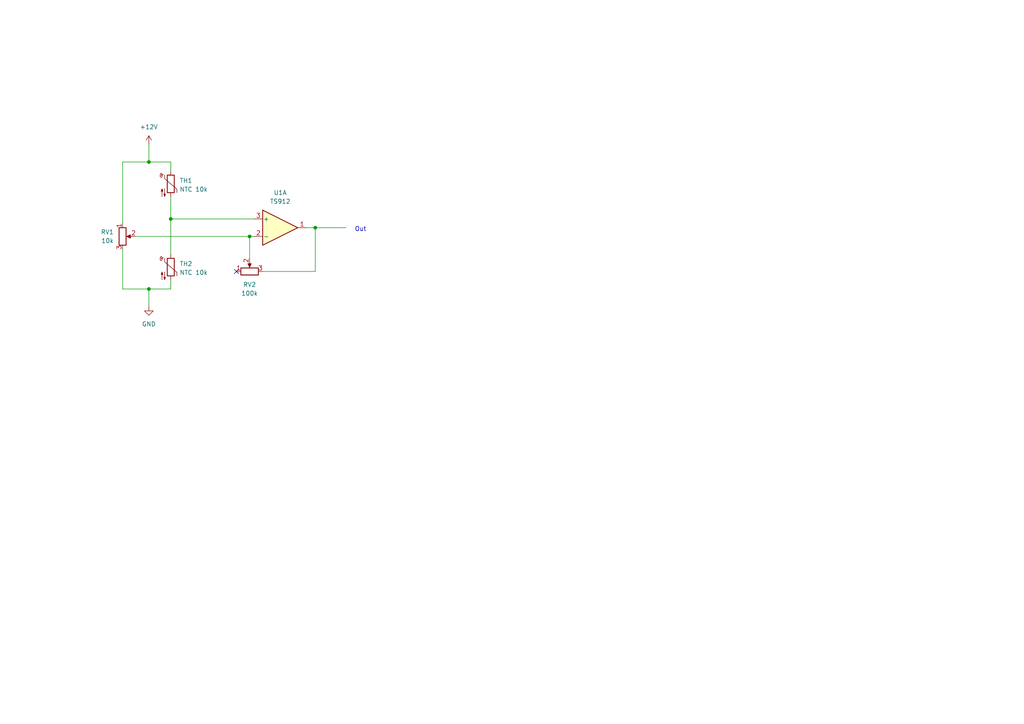
<source format=kicad_sch>
(kicad_sch (version 20211123) (generator eeschema)
  (paper "A4")
  (lib_symbols
    (symbol "Amplifier_Operational:TS912" (pin_names (offset 0.127))
      (property "Reference" "U" (at 0 5.08 0))
      (property "Value" "TS912" (at 0 -5.08 0))
      (symbol "TS912_1_1"
        (polyline (pts (xy -5.08 5.08) (xy 5.08 0) (xy -5.08 -5.08) (xy -5.08 5.08)) (stroke (width 0.254)) (fill (type background)))
        (pin output line (at 7.62 0 180) (length 2.54) (name "~") (number "1"))
        (pin input line (at -7.62 -2.54 0) (length 2.54) (name "-") (number "2"))
        (pin input line (at -7.62 2.54 0) (length 2.54) (name "+") (number "3"))
      )
      (symbol "TS912_2_1"
        (polyline (pts (xy -5.08 5.08) (xy 5.08 0) (xy -5.08 -5.08) (xy -5.08 5.08)) (stroke (width 0.254)) (fill (type background)))
        (pin input line (at -7.62 2.54 0) (length 2.54) (name "+") (number "5"))
        (pin input line (at -7.62 -2.54 0) (length 2.54) (name "-") (number "6"))
        (pin output line (at 7.62 0 180) (length 2.54) (name "~") (number "7"))
      )
      (symbol "TS912_3_1"
        (pin power_in line (at -2.54 -7.62 90) (length 3.81) (name "V-") (number "4"))
        (pin power_in line (at -2.54 7.62 270) (length 3.81) (name "V+") (number "8"))
      )
    )
    (symbol "Device:R_Potentiometer" (pin_names (offset 1.016) hide)
      (property "Reference" "RV" (at -4.445 0 90))
      (property "Value" "R_Potentiometer" (at -2.54 0 90))
      (symbol "R_Potentiometer_0_1"
        (polyline (pts (xy 2.54 0) (xy 1.524 0)))
        (polyline (pts (xy 1.143 0) (xy 2.286 0.508) (xy 2.286 -0.508) (xy 1.143 0)) (fill (type outline)))
        (rectangle (start 1.016 2.54) (end -1.016 -2.54) (stroke (width 0.254)))
      )
      (symbol "R_Potentiometer_1_1"
        (pin passive line (at 0 3.81 270) (length 1.27) (name "1") (number "1"))
        (pin passive line (at 3.81 0 180) (length 1.27) (name "2") (number "2"))
        (pin passive line (at 0 -3.81 90) (length 1.27) (name "3") (number "3"))
      )
    )
    (symbol "Device:Thermistor_NTC" (pin_numbers hide) (pin_names (offset 0))
      (property "Reference" "TH" (at -4.445 0 90))
      (property "Value" "Thermistor_NTC" (at 3.175 0 90))
      (symbol "Thermistor_NTC_0_1"
        (arc (start -3.048 2.159) (mid -3.0495 2.3143) (end -3.175 2.413))
        (arc (start -3.048 2.159) (mid -2.9736 1.9794) (end -2.794 1.905))
        (arc (start -3.048 2.794) (mid -2.9736 2.6144) (end -2.794 2.54))
        (arc (start -2.794 1.905) (mid -2.6144 1.9794) (end -2.54 2.159))
        (arc (start -2.794 2.54) (mid -2.4393 2.5587) (end -2.159 2.794))
        (arc (start -2.794 3.048) (mid -2.9736 2.9736) (end -3.048 2.794))
        (arc (start -2.54 2.794) (mid -2.6144 2.9736) (end -2.794 3.048))
        (rectangle (start -1.016 2.54) (end 1.016 -2.54) (stroke (width 0.254)))
        (polyline (pts (xy -2.54 2.159) (xy -2.54 2.794)))
        (polyline (pts (xy -1.778 2.54) (xy -1.778 1.524) (xy 1.778 -1.524) (xy 1.778 -2.54)))
        (polyline (pts (xy -2.54 -3.683) (xy -2.54 -1.397) (xy -2.794 -2.159) (xy -2.286 -2.159) (xy -2.54 -1.397) (xy -2.54 -1.651)) (fill (type outline)))
        (polyline (pts (xy -1.778 -1.397) (xy -1.778 -3.683) (xy -2.032 -2.921) (xy -1.524 -2.921) (xy -1.778 -3.683) (xy -1.778 -3.429)) (fill (type outline)))
      )
      (symbol "Thermistor_NTC_1_1"
        (pin passive line (at 0 3.81 270) (length 1.27) (name "~") (number "1"))
        (pin passive line (at 0 -3.81 90) (length 1.27) (name "~") (number "2"))
      )
    )
    (symbol "power:+12V" (power) (pin_names (offset 0))
      (property "Value" "+12V" (at 0 3.556 0))
      (symbol "+12V_0_1"
        (polyline (pts (xy -0.762 1.27) (xy 0 2.54)))
        (polyline (pts (xy 0 0) (xy 0 2.54)))
        (polyline (pts (xy 0 2.54) (xy 0.762 1.27)))
      )
      (symbol "+12V_1_1"
        (pin power_in line (at 0 0 90) (length 0) hide (name "+12V") (number "1"))
      )
    )
    (symbol "power:GND" (power) (pin_names (offset 0))
      (property "Value" "GND" (at 0 -3.81 0))
      (symbol "GND_0_1"
        (polyline (pts (xy 0 0) (xy 0 -1.27) (xy 1.27 -1.27) (xy 0 -2.54) (xy -1.27 -1.27) (xy 0 -1.27)))
      )
      (symbol "GND_1_1"
        (pin power_in line (at 0 0 270) (length 0) hide (name "GND") (number "1"))
      )
    )
  )
  (junction (at 43.18 83.82))
  (junction (at 91.44 66.04))
  (junction (at 72.39 68.58))
  (junction (at 43.18 46.99))
  (junction (at 49.53 63.5))
  (no_connect (at 68.58 78.74))
  (wire (pts (xy 43.18 41.91) (xy 43.18 46.99)))
  (wire (pts (xy 49.53 63.5) (xy 73.66 63.5)))
  (wire (pts (xy 49.53 46.99) (xy 43.18 46.99)))
  (wire (pts (xy 91.44 78.74) (xy 91.44 66.04)))
  (wire (pts (xy 49.53 81.28) (xy 49.53 83.82)))
  (wire (pts (xy 49.53 57.15) (xy 49.53 63.5)))
  (wire (pts (xy 43.18 83.82) (xy 43.18 88.9)))
  (wire (pts (xy 35.56 83.82) (xy 35.56 72.39)))
  (wire (pts (xy 35.56 46.99) (xy 35.56 64.77)))
  (wire (pts (xy 91.44 66.04) (xy 100.33 66.04)))
  (wire (pts (xy 88.9 66.04) (xy 91.44 66.04)))
  (wire (pts (xy 39.37 68.58) (xy 72.39 68.58)))
  (wire (pts (xy 43.18 83.82) (xy 35.56 83.82)))
  (wire (pts (xy 49.53 83.82) (xy 43.18 83.82)))
  (wire (pts (xy 49.53 49.53) (xy 49.53 46.99)))
  (wire (pts (xy 43.18 46.99) (xy 35.56 46.99)))
  (wire (pts (xy 72.39 68.58) (xy 72.39 74.93)))
  (wire (pts (xy 72.39 68.58) (xy 73.66 68.58)))
  (wire (pts (xy 49.53 63.5) (xy 49.53 73.66)))
  (wire (pts (xy 76.2 78.74) (xy 91.44 78.74)))
  (text "Out" (at 102.87 67.31 0) (effects (font (size 1.27 1.27)) (justify left bottom)))
  (symbol (lib_id "Amplifier_Operational:TS912") (at 81.28 66.04 0) (unit 1)
    (property "Reference" "U1" (at 81.28 55.88 0))
    (property "Value" "TS912" (at 81.28 58.42 0))
    (property "Datasheet" "www.st.com/resource/en/datasheet/ts912.pdf" (effects hide))
  )
  (symbol (lib_id "power:GND") (at 43.18 88.9 0) (unit 1)
    (property "Reference" "#PWR02" (effects hide))
    (property "Value" "GND" (at 43.18 93.98 0))
  )
  (symbol (lib_id "Device:R_Potentiometer") (at 35.56 68.58 0) (unit 1)
    (property "Reference" "RV1" (at 33.02 67.3099 0) (effects (justify right)))
    (property "Value" "10k" (at 33.02 69.8499 0) (effects (justify right)))
  )
  (symbol (lib_id "power:+12V") (at 43.18 41.91 0) (unit 1)
    (property "Reference" "#PWR01" (effects hide))
    (property "Value" "+12V" (at 43.18 36.83 0))
  )
  (symbol (lib_id "Device:R_Potentiometer") (at 72.39 78.74 90) (unit 1)
    (property "Reference" "RV2" (at 72.39 82.55 90))
    (property "Value" "100k" (at 72.39 85.09 90))
  )
  (symbol (lib_id "Device:Thermistor_NTC") (at 49.53 77.47 0) (unit 1)
    (property "Reference" "TH2" (at 52.07 76.5174 0) (effects (justify left)))
    (property "Value" "NTC 10k" (at 52.07 79.0574 0) (effects (justify left)))
  )
  (symbol (lib_id "Device:Thermistor_NTC") (at 49.53 53.34 0) (unit 1)
    (property "Reference" "TH1" (at 52.07 52.3874 0) (effects (justify left)))
    (property "Value" "NTC 10k" (at 52.07 54.9274 0) (effects (justify left)))
  )
)
</source>
